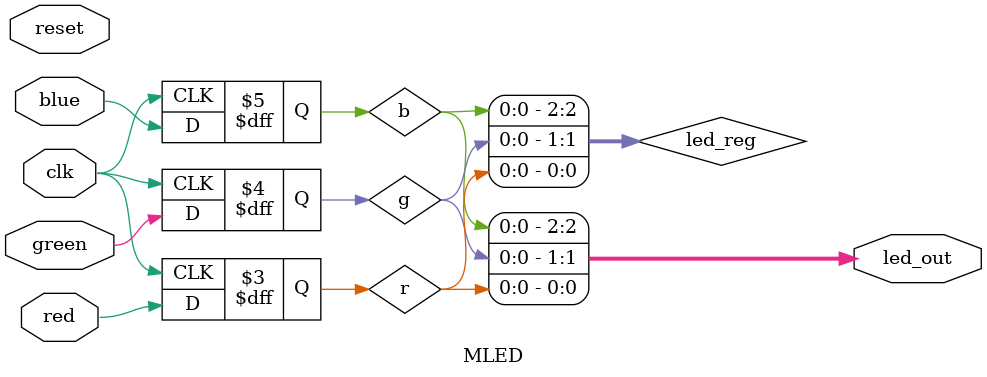
<source format=sv>
`timescale 1ns / 1ps


module MLED(
        input logic clk, reset,
        input logic red, green, blue,
        output logic [2:0] led_out
    );
    
    logic r,g,b;                // register for red, green, blue values
    logic [2:0] led_reg;        // register for LED output
    
    always_ff @(posedge clk)
        begin
            r <= red;
            g <= green;
            b <= blue;
        end
            
    always_comb
        begin
            led_reg[0] = r;
            led_reg[1] = g;
            led_reg[2] = b;
        end
           
    assign led_out = led_reg;
endmodule

</source>
